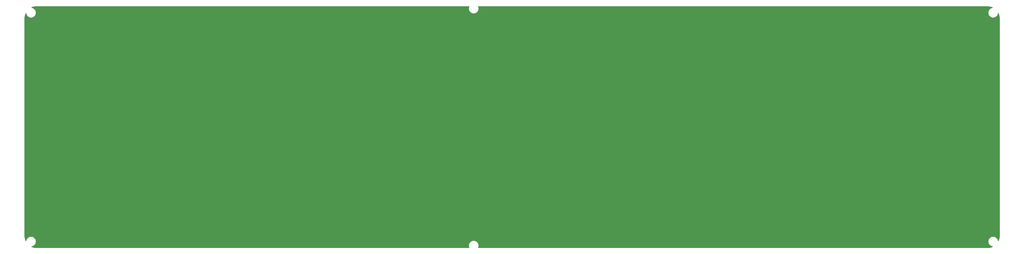
<source format=gbl>
G04 #@! TF.GenerationSoftware,KiCad,Pcbnew,(5.1.9)-1*
G04 #@! TF.CreationDate,2021-06-08T14:58:39-04:00*
G04 #@! TF.ProjectId,kastenwagen-bottom-plate,6b617374-656e-4776-9167-656e2d626f74,rev?*
G04 #@! TF.SameCoordinates,Original*
G04 #@! TF.FileFunction,Copper,L2,Bot*
G04 #@! TF.FilePolarity,Positive*
%FSLAX46Y46*%
G04 Gerber Fmt 4.6, Leading zero omitted, Abs format (unit mm)*
G04 Created by KiCad (PCBNEW (5.1.9)-1) date 2021-06-08 14:58:39*
%MOMM*%
%LPD*%
G01*
G04 APERTURE LIST*
G04 #@! TA.AperFunction,NonConductor*
%ADD10C,0.254000*%
G04 #@! TD*
G04 #@! TA.AperFunction,NonConductor*
%ADD11C,0.020000*%
G04 #@! TD*
G04 APERTURE END LIST*
D10*
X173950952Y-7954265D02*
X173879053Y-8315728D01*
X173879053Y-8684272D01*
X173950952Y-9045735D01*
X174091988Y-9386226D01*
X174296740Y-9692659D01*
X174557341Y-9953260D01*
X174863774Y-10158012D01*
X175204265Y-10299048D01*
X175565728Y-10370947D01*
X175934272Y-10370947D01*
X176295735Y-10299048D01*
X176636226Y-10158012D01*
X176942659Y-9953260D01*
X177203260Y-9692659D01*
X177408012Y-9386226D01*
X177549048Y-9045735D01*
X177620947Y-8684272D01*
X177620947Y-8315728D01*
X177549048Y-7954265D01*
X177458225Y-7735000D01*
X362967269Y-7735000D01*
X363754747Y-7805281D01*
X364485643Y-8005231D01*
X364765985Y-8138947D01*
X364454265Y-8200952D01*
X364113774Y-8341988D01*
X363807341Y-8546740D01*
X363546740Y-8807341D01*
X363341988Y-9113774D01*
X363200952Y-9454265D01*
X363129053Y-9815728D01*
X363129053Y-10184272D01*
X363200952Y-10545735D01*
X363341988Y-10886226D01*
X363546740Y-11192659D01*
X363807341Y-11453260D01*
X364113774Y-11658012D01*
X364454265Y-11799048D01*
X364815728Y-11870947D01*
X365184272Y-11870947D01*
X365545735Y-11799048D01*
X365886226Y-11658012D01*
X366192659Y-11453260D01*
X366453260Y-11192659D01*
X366658012Y-10886226D01*
X366799048Y-10545735D01*
X366861035Y-10234101D01*
X367039463Y-10640570D01*
X367217715Y-11383039D01*
X367265001Y-12026963D01*
X367265000Y-91467269D01*
X367194719Y-92254748D01*
X366994769Y-92985643D01*
X366861053Y-93265985D01*
X366799048Y-92954265D01*
X366658012Y-92613774D01*
X366453260Y-92307341D01*
X366192659Y-92046740D01*
X365886226Y-91841988D01*
X365545735Y-91700952D01*
X365184272Y-91629053D01*
X364815728Y-91629053D01*
X364454265Y-91700952D01*
X364113774Y-91841988D01*
X363807341Y-92046740D01*
X363546740Y-92307341D01*
X363341988Y-92613774D01*
X363200952Y-92954265D01*
X363129053Y-93315728D01*
X363129053Y-93684272D01*
X363200952Y-94045735D01*
X363341988Y-94386226D01*
X363546740Y-94692659D01*
X363807341Y-94953260D01*
X364113774Y-95158012D01*
X364454265Y-95299048D01*
X364765899Y-95361035D01*
X364359429Y-95539464D01*
X363616961Y-95717714D01*
X362973051Y-95765000D01*
X177458225Y-95765000D01*
X177549048Y-95545735D01*
X177620947Y-95184272D01*
X177620947Y-94815728D01*
X177549048Y-94454265D01*
X177408012Y-94113774D01*
X177203260Y-93807341D01*
X176942659Y-93546740D01*
X176636226Y-93341988D01*
X176295735Y-93200952D01*
X175934272Y-93129053D01*
X175565728Y-93129053D01*
X175204265Y-93200952D01*
X174863774Y-93341988D01*
X174557341Y-93546740D01*
X174296740Y-93807341D01*
X174091988Y-94113774D01*
X173950952Y-94454265D01*
X173879053Y-94815728D01*
X173879053Y-95184272D01*
X173950952Y-95545735D01*
X174041775Y-95765000D01*
X16532731Y-95765000D01*
X15745252Y-95694719D01*
X15014357Y-95494769D01*
X14734015Y-95361053D01*
X15045735Y-95299048D01*
X15386226Y-95158012D01*
X15692659Y-94953260D01*
X15953260Y-94692659D01*
X16158012Y-94386226D01*
X16299048Y-94045735D01*
X16370947Y-93684272D01*
X16370947Y-93315728D01*
X16299048Y-92954265D01*
X16158012Y-92613774D01*
X15953260Y-92307341D01*
X15692659Y-92046740D01*
X15386226Y-91841988D01*
X15045735Y-91700952D01*
X14684272Y-91629053D01*
X14315728Y-91629053D01*
X13954265Y-91700952D01*
X13613774Y-91841988D01*
X13307341Y-92046740D01*
X13046740Y-92307341D01*
X12841988Y-92613774D01*
X12700952Y-92954265D01*
X12638965Y-93265899D01*
X12460536Y-92859429D01*
X12282286Y-92116961D01*
X12235000Y-91473051D01*
X12235000Y-12032731D01*
X12305281Y-11245253D01*
X12505231Y-10514357D01*
X12638947Y-10234015D01*
X12700952Y-10545735D01*
X12841988Y-10886226D01*
X13046740Y-11192659D01*
X13307341Y-11453260D01*
X13613774Y-11658012D01*
X13954265Y-11799048D01*
X14315728Y-11870947D01*
X14684272Y-11870947D01*
X15045735Y-11799048D01*
X15386226Y-11658012D01*
X15692659Y-11453260D01*
X15953260Y-11192659D01*
X16158012Y-10886226D01*
X16299048Y-10545735D01*
X16370947Y-10184272D01*
X16370947Y-9815728D01*
X16299048Y-9454265D01*
X16158012Y-9113774D01*
X15953260Y-8807341D01*
X15692659Y-8546740D01*
X15386226Y-8341988D01*
X15045735Y-8200952D01*
X14734101Y-8138965D01*
X15140570Y-7960537D01*
X15883039Y-7782285D01*
X16526949Y-7735000D01*
X174041775Y-7735000D01*
X173950952Y-7954265D01*
G04 #@! TA.AperFunction,NonConductor*
D11*
G36*
X173950952Y-7954265D02*
G01*
X173879053Y-8315728D01*
X173879053Y-8684272D01*
X173950952Y-9045735D01*
X174091988Y-9386226D01*
X174296740Y-9692659D01*
X174557341Y-9953260D01*
X174863774Y-10158012D01*
X175204265Y-10299048D01*
X175565728Y-10370947D01*
X175934272Y-10370947D01*
X176295735Y-10299048D01*
X176636226Y-10158012D01*
X176942659Y-9953260D01*
X177203260Y-9692659D01*
X177408012Y-9386226D01*
X177549048Y-9045735D01*
X177620947Y-8684272D01*
X177620947Y-8315728D01*
X177549048Y-7954265D01*
X177458225Y-7735000D01*
X362967269Y-7735000D01*
X363754747Y-7805281D01*
X364485643Y-8005231D01*
X364765985Y-8138947D01*
X364454265Y-8200952D01*
X364113774Y-8341988D01*
X363807341Y-8546740D01*
X363546740Y-8807341D01*
X363341988Y-9113774D01*
X363200952Y-9454265D01*
X363129053Y-9815728D01*
X363129053Y-10184272D01*
X363200952Y-10545735D01*
X363341988Y-10886226D01*
X363546740Y-11192659D01*
X363807341Y-11453260D01*
X364113774Y-11658012D01*
X364454265Y-11799048D01*
X364815728Y-11870947D01*
X365184272Y-11870947D01*
X365545735Y-11799048D01*
X365886226Y-11658012D01*
X366192659Y-11453260D01*
X366453260Y-11192659D01*
X366658012Y-10886226D01*
X366799048Y-10545735D01*
X366861035Y-10234101D01*
X367039463Y-10640570D01*
X367217715Y-11383039D01*
X367265001Y-12026963D01*
X367265000Y-91467269D01*
X367194719Y-92254748D01*
X366994769Y-92985643D01*
X366861053Y-93265985D01*
X366799048Y-92954265D01*
X366658012Y-92613774D01*
X366453260Y-92307341D01*
X366192659Y-92046740D01*
X365886226Y-91841988D01*
X365545735Y-91700952D01*
X365184272Y-91629053D01*
X364815728Y-91629053D01*
X364454265Y-91700952D01*
X364113774Y-91841988D01*
X363807341Y-92046740D01*
X363546740Y-92307341D01*
X363341988Y-92613774D01*
X363200952Y-92954265D01*
X363129053Y-93315728D01*
X363129053Y-93684272D01*
X363200952Y-94045735D01*
X363341988Y-94386226D01*
X363546740Y-94692659D01*
X363807341Y-94953260D01*
X364113774Y-95158012D01*
X364454265Y-95299048D01*
X364765899Y-95361035D01*
X364359429Y-95539464D01*
X363616961Y-95717714D01*
X362973051Y-95765000D01*
X177458225Y-95765000D01*
X177549048Y-95545735D01*
X177620947Y-95184272D01*
X177620947Y-94815728D01*
X177549048Y-94454265D01*
X177408012Y-94113774D01*
X177203260Y-93807341D01*
X176942659Y-93546740D01*
X176636226Y-93341988D01*
X176295735Y-93200952D01*
X175934272Y-93129053D01*
X175565728Y-93129053D01*
X175204265Y-93200952D01*
X174863774Y-93341988D01*
X174557341Y-93546740D01*
X174296740Y-93807341D01*
X174091988Y-94113774D01*
X173950952Y-94454265D01*
X173879053Y-94815728D01*
X173879053Y-95184272D01*
X173950952Y-95545735D01*
X174041775Y-95765000D01*
X16532731Y-95765000D01*
X15745252Y-95694719D01*
X15014357Y-95494769D01*
X14734015Y-95361053D01*
X15045735Y-95299048D01*
X15386226Y-95158012D01*
X15692659Y-94953260D01*
X15953260Y-94692659D01*
X16158012Y-94386226D01*
X16299048Y-94045735D01*
X16370947Y-93684272D01*
X16370947Y-93315728D01*
X16299048Y-92954265D01*
X16158012Y-92613774D01*
X15953260Y-92307341D01*
X15692659Y-92046740D01*
X15386226Y-91841988D01*
X15045735Y-91700952D01*
X14684272Y-91629053D01*
X14315728Y-91629053D01*
X13954265Y-91700952D01*
X13613774Y-91841988D01*
X13307341Y-92046740D01*
X13046740Y-92307341D01*
X12841988Y-92613774D01*
X12700952Y-92954265D01*
X12638965Y-93265899D01*
X12460536Y-92859429D01*
X12282286Y-92116961D01*
X12235000Y-91473051D01*
X12235000Y-12032731D01*
X12305281Y-11245253D01*
X12505231Y-10514357D01*
X12638947Y-10234015D01*
X12700952Y-10545735D01*
X12841988Y-10886226D01*
X13046740Y-11192659D01*
X13307341Y-11453260D01*
X13613774Y-11658012D01*
X13954265Y-11799048D01*
X14315728Y-11870947D01*
X14684272Y-11870947D01*
X15045735Y-11799048D01*
X15386226Y-11658012D01*
X15692659Y-11453260D01*
X15953260Y-11192659D01*
X16158012Y-10886226D01*
X16299048Y-10545735D01*
X16370947Y-10184272D01*
X16370947Y-9815728D01*
X16299048Y-9454265D01*
X16158012Y-9113774D01*
X15953260Y-8807341D01*
X15692659Y-8546740D01*
X15386226Y-8341988D01*
X15045735Y-8200952D01*
X14734101Y-8138965D01*
X15140570Y-7960537D01*
X15883039Y-7782285D01*
X16526949Y-7735000D01*
X174041775Y-7735000D01*
X173950952Y-7954265D01*
G37*
G04 #@! TD.AperFunction*
M02*

</source>
